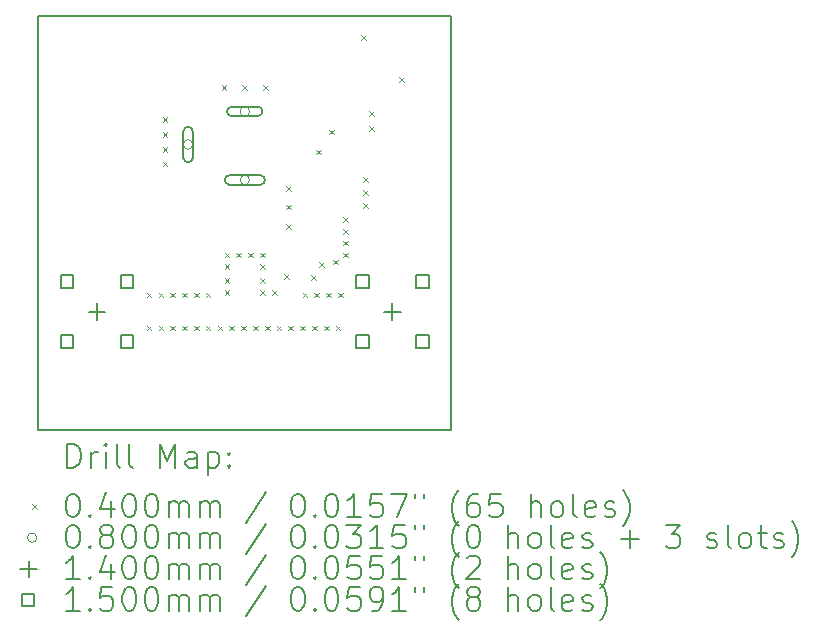
<source format=gbr>
%FSLAX45Y45*%
G04 Gerber Fmt 4.5, Leading zero omitted, Abs format (unit mm)*
G04 Created by KiCad (PCBNEW (6.0.6-0)) date 2023-01-17 17:26:09*
%MOMM*%
%LPD*%
G01*
G04 APERTURE LIST*
%TA.AperFunction,Profile*%
%ADD10C,0.200000*%
%TD*%
%ADD11C,0.200000*%
%ADD12C,0.040000*%
%ADD13C,0.080000*%
%ADD14C,0.140000*%
%ADD15C,0.150000*%
G04 APERTURE END LIST*
D10*
X13500000Y-8500000D02*
X10000000Y-8500000D01*
X10000000Y-12000000D02*
X13500000Y-12000000D01*
X10000000Y-8500000D02*
X10000000Y-12000000D01*
X13500000Y-12000000D02*
X13500000Y-8500000D01*
D11*
D12*
X10920000Y-10840000D02*
X10960000Y-10880000D01*
X10960000Y-10840000D02*
X10920000Y-10880000D01*
X10920000Y-11120000D02*
X10960000Y-11160000D01*
X10960000Y-11120000D02*
X10920000Y-11160000D01*
X11020000Y-10840000D02*
X11060000Y-10880000D01*
X11060000Y-10840000D02*
X11020000Y-10880000D01*
X11020000Y-11120000D02*
X11060000Y-11160000D01*
X11060000Y-11120000D02*
X11020000Y-11160000D01*
X11055000Y-9355000D02*
X11095000Y-9395000D01*
X11095000Y-9355000D02*
X11055000Y-9395000D01*
X11055000Y-9480000D02*
X11095000Y-9520000D01*
X11095000Y-9480000D02*
X11055000Y-9520000D01*
X11055000Y-9605000D02*
X11095000Y-9645000D01*
X11095000Y-9605000D02*
X11055000Y-9645000D01*
X11055000Y-9730000D02*
X11095000Y-9770000D01*
X11095000Y-9730000D02*
X11055000Y-9770000D01*
X11120000Y-10840000D02*
X11160000Y-10880000D01*
X11160000Y-10840000D02*
X11120000Y-10880000D01*
X11120000Y-11120000D02*
X11160000Y-11160000D01*
X11160000Y-11120000D02*
X11120000Y-11160000D01*
X11220000Y-10840000D02*
X11260000Y-10880000D01*
X11260000Y-10840000D02*
X11220000Y-10880000D01*
X11220000Y-11120000D02*
X11260000Y-11160000D01*
X11260000Y-11120000D02*
X11220000Y-11160000D01*
X11320000Y-10840000D02*
X11360000Y-10880000D01*
X11360000Y-10840000D02*
X11320000Y-10880000D01*
X11320000Y-11120000D02*
X11360000Y-11160000D01*
X11360000Y-11120000D02*
X11320000Y-11160000D01*
X11420000Y-10840000D02*
X11460000Y-10880000D01*
X11460000Y-10840000D02*
X11420000Y-10880000D01*
X11420000Y-11120000D02*
X11460000Y-11160000D01*
X11460000Y-11120000D02*
X11420000Y-11160000D01*
X11520000Y-11120000D02*
X11560000Y-11160000D01*
X11560000Y-11120000D02*
X11520000Y-11160000D01*
X11555000Y-9080000D02*
X11595000Y-9120000D01*
X11595000Y-9080000D02*
X11555000Y-9120000D01*
X11580000Y-10500000D02*
X11620000Y-10540000D01*
X11620000Y-10500000D02*
X11580000Y-10540000D01*
X11580000Y-10600000D02*
X11620000Y-10640000D01*
X11620000Y-10600000D02*
X11580000Y-10640000D01*
X11580000Y-10720000D02*
X11620000Y-10760000D01*
X11620000Y-10720000D02*
X11580000Y-10760000D01*
X11580000Y-10820000D02*
X11620000Y-10860000D01*
X11620000Y-10820000D02*
X11580000Y-10860000D01*
X11620000Y-11120000D02*
X11660000Y-11160000D01*
X11660000Y-11120000D02*
X11620000Y-11160000D01*
X11680000Y-10500000D02*
X11720000Y-10540000D01*
X11720000Y-10500000D02*
X11680000Y-10540000D01*
X11720000Y-11120000D02*
X11760000Y-11160000D01*
X11760000Y-11120000D02*
X11720000Y-11160000D01*
X11730000Y-9080000D02*
X11770000Y-9120000D01*
X11770000Y-9080000D02*
X11730000Y-9120000D01*
X11780000Y-10500000D02*
X11820000Y-10540000D01*
X11820000Y-10500000D02*
X11780000Y-10540000D01*
X11820000Y-11120000D02*
X11860000Y-11160000D01*
X11860000Y-11120000D02*
X11820000Y-11160000D01*
X11880000Y-10500000D02*
X11920000Y-10540000D01*
X11920000Y-10500000D02*
X11880000Y-10540000D01*
X11880000Y-10600000D02*
X11920000Y-10640000D01*
X11920000Y-10600000D02*
X11880000Y-10640000D01*
X11880000Y-10720000D02*
X11920000Y-10760000D01*
X11920000Y-10720000D02*
X11880000Y-10760000D01*
X11880000Y-10820000D02*
X11920000Y-10860000D01*
X11920000Y-10820000D02*
X11880000Y-10860000D01*
X11905000Y-9080000D02*
X11945000Y-9120000D01*
X11945000Y-9080000D02*
X11905000Y-9120000D01*
X11920000Y-11120000D02*
X11960000Y-11160000D01*
X11960000Y-11120000D02*
X11920000Y-11160000D01*
X11980000Y-10820000D02*
X12020000Y-10860000D01*
X12020000Y-10820000D02*
X11980000Y-10860000D01*
X12020000Y-11120000D02*
X12060000Y-11160000D01*
X12060000Y-11120000D02*
X12020000Y-11160000D01*
X12082500Y-10685000D02*
X12122500Y-10725000D01*
X12122500Y-10685000D02*
X12082500Y-10725000D01*
X12100000Y-9940000D02*
X12140000Y-9980000D01*
X12140000Y-9940000D02*
X12100000Y-9980000D01*
X12100000Y-10095000D02*
X12140000Y-10135000D01*
X12140000Y-10095000D02*
X12100000Y-10135000D01*
X12100000Y-10262500D02*
X12140000Y-10302500D01*
X12140000Y-10262500D02*
X12100000Y-10302500D01*
X12120000Y-11120000D02*
X12160000Y-11160000D01*
X12160000Y-11120000D02*
X12120000Y-11160000D01*
X12220000Y-11120000D02*
X12260000Y-11160000D01*
X12260000Y-11120000D02*
X12220000Y-11160000D01*
X12240000Y-10840000D02*
X12280000Y-10880000D01*
X12280000Y-10840000D02*
X12240000Y-10880000D01*
X12312500Y-10692500D02*
X12352500Y-10732500D01*
X12352500Y-10692500D02*
X12312500Y-10732500D01*
X12320000Y-11120000D02*
X12360000Y-11160000D01*
X12360000Y-11120000D02*
X12320000Y-11160000D01*
X12340000Y-10840000D02*
X12380000Y-10880000D01*
X12380000Y-10840000D02*
X12340000Y-10880000D01*
X12355000Y-9630000D02*
X12395000Y-9670000D01*
X12395000Y-9630000D02*
X12355000Y-9670000D01*
X12380000Y-10580000D02*
X12420000Y-10620000D01*
X12420000Y-10580000D02*
X12380000Y-10620000D01*
X12420000Y-11120000D02*
X12460000Y-11160000D01*
X12460000Y-11120000D02*
X12420000Y-11160000D01*
X12440000Y-10840000D02*
X12480000Y-10880000D01*
X12480000Y-10840000D02*
X12440000Y-10880000D01*
X12462500Y-9460000D02*
X12502500Y-9500000D01*
X12502500Y-9460000D02*
X12462500Y-9500000D01*
X12500000Y-10560000D02*
X12540000Y-10600000D01*
X12540000Y-10560000D02*
X12500000Y-10600000D01*
X12520000Y-11120000D02*
X12560000Y-11160000D01*
X12560000Y-11120000D02*
X12520000Y-11160000D01*
X12540000Y-10840000D02*
X12580000Y-10880000D01*
X12580000Y-10840000D02*
X12540000Y-10880000D01*
X12580000Y-10200000D02*
X12620000Y-10240000D01*
X12620000Y-10200000D02*
X12580000Y-10240000D01*
X12580000Y-10300000D02*
X12620000Y-10340000D01*
X12620000Y-10300000D02*
X12580000Y-10340000D01*
X12580000Y-10400000D02*
X12620000Y-10440000D01*
X12620000Y-10400000D02*
X12580000Y-10440000D01*
X12580000Y-10500000D02*
X12620000Y-10540000D01*
X12620000Y-10500000D02*
X12580000Y-10540000D01*
X12737500Y-8662500D02*
X12777500Y-8702500D01*
X12777500Y-8662500D02*
X12737500Y-8702500D01*
X12755000Y-9860000D02*
X12795000Y-9900000D01*
X12795000Y-9860000D02*
X12755000Y-9900000D01*
X12755000Y-9970000D02*
X12795000Y-10010000D01*
X12795000Y-9970000D02*
X12755000Y-10010000D01*
X12755000Y-10080000D02*
X12795000Y-10120000D01*
X12795000Y-10080000D02*
X12755000Y-10120000D01*
X12805000Y-9305000D02*
X12845000Y-9345000D01*
X12845000Y-9305000D02*
X12805000Y-9345000D01*
X12805000Y-9430000D02*
X12845000Y-9470000D01*
X12845000Y-9430000D02*
X12805000Y-9470000D01*
X13057500Y-9015000D02*
X13097500Y-9055000D01*
X13097500Y-9015000D02*
X13057500Y-9055000D01*
D13*
X11310000Y-9585680D02*
G75*
G03*
X11310000Y-9585680I-40000J0D01*
G01*
D11*
X11230000Y-9475680D02*
X11230000Y-9695680D01*
X11310000Y-9475680D02*
X11310000Y-9695680D01*
X11230000Y-9695680D02*
G75*
G03*
X11310000Y-9695680I40000J0D01*
G01*
X11310000Y-9475680D02*
G75*
G03*
X11230000Y-9475680I-40000J0D01*
G01*
D13*
X11790000Y-9305680D02*
G75*
G03*
X11790000Y-9305680I-40000J0D01*
G01*
D11*
X11860000Y-9265680D02*
X11640000Y-9265680D01*
X11860000Y-9345680D02*
X11640000Y-9345680D01*
X11640000Y-9265680D02*
G75*
G03*
X11640000Y-9345680I0J-40000D01*
G01*
X11860000Y-9345680D02*
G75*
G03*
X11860000Y-9265680I0J40000D01*
G01*
D13*
X11790000Y-9885680D02*
G75*
G03*
X11790000Y-9885680I-40000J0D01*
G01*
D11*
X11880000Y-9845680D02*
X11620000Y-9845680D01*
X11880000Y-9925680D02*
X11620000Y-9925680D01*
X11620000Y-9845680D02*
G75*
G03*
X11620000Y-9925680I0J-40000D01*
G01*
X11880000Y-9925680D02*
G75*
G03*
X11880000Y-9845680I0J40000D01*
G01*
D14*
X10500000Y-10930000D02*
X10500000Y-11070000D01*
X10430000Y-11000000D02*
X10570000Y-11000000D01*
X13000000Y-10930000D02*
X13000000Y-11070000D01*
X12930000Y-11000000D02*
X13070000Y-11000000D01*
D15*
X10298034Y-10798034D02*
X10298034Y-10691967D01*
X10191967Y-10691967D01*
X10191967Y-10798034D01*
X10298034Y-10798034D01*
X10298034Y-11308033D02*
X10298034Y-11201966D01*
X10191967Y-11201966D01*
X10191967Y-11308033D01*
X10298034Y-11308033D01*
X10808034Y-10798034D02*
X10808034Y-10691967D01*
X10701967Y-10691967D01*
X10701967Y-10798034D01*
X10808034Y-10798034D01*
X10808034Y-11308033D02*
X10808034Y-11201966D01*
X10701967Y-11201966D01*
X10701967Y-11308033D01*
X10808034Y-11308033D01*
X12798033Y-10798034D02*
X12798033Y-10691967D01*
X12691966Y-10691967D01*
X12691966Y-10798034D01*
X12798033Y-10798034D01*
X12798033Y-11308033D02*
X12798033Y-11201966D01*
X12691966Y-11201966D01*
X12691966Y-11308033D01*
X12798033Y-11308033D01*
X13308033Y-10798034D02*
X13308033Y-10691967D01*
X13201966Y-10691967D01*
X13201966Y-10798034D01*
X13308033Y-10798034D01*
X13308033Y-11308033D02*
X13308033Y-11201966D01*
X13201966Y-11201966D01*
X13201966Y-11308033D01*
X13308033Y-11308033D01*
D11*
X10247619Y-12320476D02*
X10247619Y-12120476D01*
X10295238Y-12120476D01*
X10323810Y-12130000D01*
X10342857Y-12149048D01*
X10352381Y-12168095D01*
X10361905Y-12206190D01*
X10361905Y-12234762D01*
X10352381Y-12272857D01*
X10342857Y-12291905D01*
X10323810Y-12310952D01*
X10295238Y-12320476D01*
X10247619Y-12320476D01*
X10447619Y-12320476D02*
X10447619Y-12187143D01*
X10447619Y-12225238D02*
X10457143Y-12206190D01*
X10466667Y-12196667D01*
X10485714Y-12187143D01*
X10504762Y-12187143D01*
X10571429Y-12320476D02*
X10571429Y-12187143D01*
X10571429Y-12120476D02*
X10561905Y-12130000D01*
X10571429Y-12139524D01*
X10580952Y-12130000D01*
X10571429Y-12120476D01*
X10571429Y-12139524D01*
X10695238Y-12320476D02*
X10676190Y-12310952D01*
X10666667Y-12291905D01*
X10666667Y-12120476D01*
X10800000Y-12320476D02*
X10780952Y-12310952D01*
X10771429Y-12291905D01*
X10771429Y-12120476D01*
X11028571Y-12320476D02*
X11028571Y-12120476D01*
X11095238Y-12263333D01*
X11161905Y-12120476D01*
X11161905Y-12320476D01*
X11342857Y-12320476D02*
X11342857Y-12215714D01*
X11333333Y-12196667D01*
X11314286Y-12187143D01*
X11276190Y-12187143D01*
X11257143Y-12196667D01*
X11342857Y-12310952D02*
X11323809Y-12320476D01*
X11276190Y-12320476D01*
X11257143Y-12310952D01*
X11247619Y-12291905D01*
X11247619Y-12272857D01*
X11257143Y-12253809D01*
X11276190Y-12244286D01*
X11323809Y-12244286D01*
X11342857Y-12234762D01*
X11438095Y-12187143D02*
X11438095Y-12387143D01*
X11438095Y-12196667D02*
X11457143Y-12187143D01*
X11495238Y-12187143D01*
X11514286Y-12196667D01*
X11523809Y-12206190D01*
X11533333Y-12225238D01*
X11533333Y-12282381D01*
X11523809Y-12301428D01*
X11514286Y-12310952D01*
X11495238Y-12320476D01*
X11457143Y-12320476D01*
X11438095Y-12310952D01*
X11619048Y-12301428D02*
X11628571Y-12310952D01*
X11619048Y-12320476D01*
X11609524Y-12310952D01*
X11619048Y-12301428D01*
X11619048Y-12320476D01*
X11619048Y-12196667D02*
X11628571Y-12206190D01*
X11619048Y-12215714D01*
X11609524Y-12206190D01*
X11619048Y-12196667D01*
X11619048Y-12215714D01*
D12*
X9950000Y-12630000D02*
X9990000Y-12670000D01*
X9990000Y-12630000D02*
X9950000Y-12670000D01*
D11*
X10285714Y-12540476D02*
X10304762Y-12540476D01*
X10323810Y-12550000D01*
X10333333Y-12559524D01*
X10342857Y-12578571D01*
X10352381Y-12616667D01*
X10352381Y-12664286D01*
X10342857Y-12702381D01*
X10333333Y-12721428D01*
X10323810Y-12730952D01*
X10304762Y-12740476D01*
X10285714Y-12740476D01*
X10266667Y-12730952D01*
X10257143Y-12721428D01*
X10247619Y-12702381D01*
X10238095Y-12664286D01*
X10238095Y-12616667D01*
X10247619Y-12578571D01*
X10257143Y-12559524D01*
X10266667Y-12550000D01*
X10285714Y-12540476D01*
X10438095Y-12721428D02*
X10447619Y-12730952D01*
X10438095Y-12740476D01*
X10428571Y-12730952D01*
X10438095Y-12721428D01*
X10438095Y-12740476D01*
X10619048Y-12607143D02*
X10619048Y-12740476D01*
X10571429Y-12530952D02*
X10523810Y-12673809D01*
X10647619Y-12673809D01*
X10761905Y-12540476D02*
X10780952Y-12540476D01*
X10800000Y-12550000D01*
X10809524Y-12559524D01*
X10819048Y-12578571D01*
X10828571Y-12616667D01*
X10828571Y-12664286D01*
X10819048Y-12702381D01*
X10809524Y-12721428D01*
X10800000Y-12730952D01*
X10780952Y-12740476D01*
X10761905Y-12740476D01*
X10742857Y-12730952D01*
X10733333Y-12721428D01*
X10723810Y-12702381D01*
X10714286Y-12664286D01*
X10714286Y-12616667D01*
X10723810Y-12578571D01*
X10733333Y-12559524D01*
X10742857Y-12550000D01*
X10761905Y-12540476D01*
X10952381Y-12540476D02*
X10971429Y-12540476D01*
X10990476Y-12550000D01*
X11000000Y-12559524D01*
X11009524Y-12578571D01*
X11019048Y-12616667D01*
X11019048Y-12664286D01*
X11009524Y-12702381D01*
X11000000Y-12721428D01*
X10990476Y-12730952D01*
X10971429Y-12740476D01*
X10952381Y-12740476D01*
X10933333Y-12730952D01*
X10923810Y-12721428D01*
X10914286Y-12702381D01*
X10904762Y-12664286D01*
X10904762Y-12616667D01*
X10914286Y-12578571D01*
X10923810Y-12559524D01*
X10933333Y-12550000D01*
X10952381Y-12540476D01*
X11104762Y-12740476D02*
X11104762Y-12607143D01*
X11104762Y-12626190D02*
X11114286Y-12616667D01*
X11133333Y-12607143D01*
X11161905Y-12607143D01*
X11180952Y-12616667D01*
X11190476Y-12635714D01*
X11190476Y-12740476D01*
X11190476Y-12635714D02*
X11200000Y-12616667D01*
X11219048Y-12607143D01*
X11247619Y-12607143D01*
X11266667Y-12616667D01*
X11276190Y-12635714D01*
X11276190Y-12740476D01*
X11371428Y-12740476D02*
X11371428Y-12607143D01*
X11371428Y-12626190D02*
X11380952Y-12616667D01*
X11400000Y-12607143D01*
X11428571Y-12607143D01*
X11447619Y-12616667D01*
X11457143Y-12635714D01*
X11457143Y-12740476D01*
X11457143Y-12635714D02*
X11466667Y-12616667D01*
X11485714Y-12607143D01*
X11514286Y-12607143D01*
X11533333Y-12616667D01*
X11542857Y-12635714D01*
X11542857Y-12740476D01*
X11933333Y-12530952D02*
X11761905Y-12788095D01*
X12190476Y-12540476D02*
X12209524Y-12540476D01*
X12228571Y-12550000D01*
X12238095Y-12559524D01*
X12247619Y-12578571D01*
X12257143Y-12616667D01*
X12257143Y-12664286D01*
X12247619Y-12702381D01*
X12238095Y-12721428D01*
X12228571Y-12730952D01*
X12209524Y-12740476D01*
X12190476Y-12740476D01*
X12171428Y-12730952D01*
X12161905Y-12721428D01*
X12152381Y-12702381D01*
X12142857Y-12664286D01*
X12142857Y-12616667D01*
X12152381Y-12578571D01*
X12161905Y-12559524D01*
X12171428Y-12550000D01*
X12190476Y-12540476D01*
X12342857Y-12721428D02*
X12352381Y-12730952D01*
X12342857Y-12740476D01*
X12333333Y-12730952D01*
X12342857Y-12721428D01*
X12342857Y-12740476D01*
X12476190Y-12540476D02*
X12495238Y-12540476D01*
X12514286Y-12550000D01*
X12523809Y-12559524D01*
X12533333Y-12578571D01*
X12542857Y-12616667D01*
X12542857Y-12664286D01*
X12533333Y-12702381D01*
X12523809Y-12721428D01*
X12514286Y-12730952D01*
X12495238Y-12740476D01*
X12476190Y-12740476D01*
X12457143Y-12730952D01*
X12447619Y-12721428D01*
X12438095Y-12702381D01*
X12428571Y-12664286D01*
X12428571Y-12616667D01*
X12438095Y-12578571D01*
X12447619Y-12559524D01*
X12457143Y-12550000D01*
X12476190Y-12540476D01*
X12733333Y-12740476D02*
X12619048Y-12740476D01*
X12676190Y-12740476D02*
X12676190Y-12540476D01*
X12657143Y-12569048D01*
X12638095Y-12588095D01*
X12619048Y-12597619D01*
X12914286Y-12540476D02*
X12819048Y-12540476D01*
X12809524Y-12635714D01*
X12819048Y-12626190D01*
X12838095Y-12616667D01*
X12885714Y-12616667D01*
X12904762Y-12626190D01*
X12914286Y-12635714D01*
X12923809Y-12654762D01*
X12923809Y-12702381D01*
X12914286Y-12721428D01*
X12904762Y-12730952D01*
X12885714Y-12740476D01*
X12838095Y-12740476D01*
X12819048Y-12730952D01*
X12809524Y-12721428D01*
X12990476Y-12540476D02*
X13123809Y-12540476D01*
X13038095Y-12740476D01*
X13190476Y-12540476D02*
X13190476Y-12578571D01*
X13266667Y-12540476D02*
X13266667Y-12578571D01*
X13561905Y-12816667D02*
X13552381Y-12807143D01*
X13533333Y-12778571D01*
X13523809Y-12759524D01*
X13514286Y-12730952D01*
X13504762Y-12683333D01*
X13504762Y-12645238D01*
X13514286Y-12597619D01*
X13523809Y-12569048D01*
X13533333Y-12550000D01*
X13552381Y-12521428D01*
X13561905Y-12511905D01*
X13723809Y-12540476D02*
X13685714Y-12540476D01*
X13666667Y-12550000D01*
X13657143Y-12559524D01*
X13638095Y-12588095D01*
X13628571Y-12626190D01*
X13628571Y-12702381D01*
X13638095Y-12721428D01*
X13647619Y-12730952D01*
X13666667Y-12740476D01*
X13704762Y-12740476D01*
X13723809Y-12730952D01*
X13733333Y-12721428D01*
X13742857Y-12702381D01*
X13742857Y-12654762D01*
X13733333Y-12635714D01*
X13723809Y-12626190D01*
X13704762Y-12616667D01*
X13666667Y-12616667D01*
X13647619Y-12626190D01*
X13638095Y-12635714D01*
X13628571Y-12654762D01*
X13923809Y-12540476D02*
X13828571Y-12540476D01*
X13819048Y-12635714D01*
X13828571Y-12626190D01*
X13847619Y-12616667D01*
X13895238Y-12616667D01*
X13914286Y-12626190D01*
X13923809Y-12635714D01*
X13933333Y-12654762D01*
X13933333Y-12702381D01*
X13923809Y-12721428D01*
X13914286Y-12730952D01*
X13895238Y-12740476D01*
X13847619Y-12740476D01*
X13828571Y-12730952D01*
X13819048Y-12721428D01*
X14171428Y-12740476D02*
X14171428Y-12540476D01*
X14257143Y-12740476D02*
X14257143Y-12635714D01*
X14247619Y-12616667D01*
X14228571Y-12607143D01*
X14200000Y-12607143D01*
X14180952Y-12616667D01*
X14171428Y-12626190D01*
X14380952Y-12740476D02*
X14361905Y-12730952D01*
X14352381Y-12721428D01*
X14342857Y-12702381D01*
X14342857Y-12645238D01*
X14352381Y-12626190D01*
X14361905Y-12616667D01*
X14380952Y-12607143D01*
X14409524Y-12607143D01*
X14428571Y-12616667D01*
X14438095Y-12626190D01*
X14447619Y-12645238D01*
X14447619Y-12702381D01*
X14438095Y-12721428D01*
X14428571Y-12730952D01*
X14409524Y-12740476D01*
X14380952Y-12740476D01*
X14561905Y-12740476D02*
X14542857Y-12730952D01*
X14533333Y-12711905D01*
X14533333Y-12540476D01*
X14714286Y-12730952D02*
X14695238Y-12740476D01*
X14657143Y-12740476D01*
X14638095Y-12730952D01*
X14628571Y-12711905D01*
X14628571Y-12635714D01*
X14638095Y-12616667D01*
X14657143Y-12607143D01*
X14695238Y-12607143D01*
X14714286Y-12616667D01*
X14723809Y-12635714D01*
X14723809Y-12654762D01*
X14628571Y-12673809D01*
X14800000Y-12730952D02*
X14819048Y-12740476D01*
X14857143Y-12740476D01*
X14876190Y-12730952D01*
X14885714Y-12711905D01*
X14885714Y-12702381D01*
X14876190Y-12683333D01*
X14857143Y-12673809D01*
X14828571Y-12673809D01*
X14809524Y-12664286D01*
X14800000Y-12645238D01*
X14800000Y-12635714D01*
X14809524Y-12616667D01*
X14828571Y-12607143D01*
X14857143Y-12607143D01*
X14876190Y-12616667D01*
X14952381Y-12816667D02*
X14961905Y-12807143D01*
X14980952Y-12778571D01*
X14990476Y-12759524D01*
X15000000Y-12730952D01*
X15009524Y-12683333D01*
X15009524Y-12645238D01*
X15000000Y-12597619D01*
X14990476Y-12569048D01*
X14980952Y-12550000D01*
X14961905Y-12521428D01*
X14952381Y-12511905D01*
D13*
X9990000Y-12914000D02*
G75*
G03*
X9990000Y-12914000I-40000J0D01*
G01*
D11*
X10285714Y-12804476D02*
X10304762Y-12804476D01*
X10323810Y-12814000D01*
X10333333Y-12823524D01*
X10342857Y-12842571D01*
X10352381Y-12880667D01*
X10352381Y-12928286D01*
X10342857Y-12966381D01*
X10333333Y-12985428D01*
X10323810Y-12994952D01*
X10304762Y-13004476D01*
X10285714Y-13004476D01*
X10266667Y-12994952D01*
X10257143Y-12985428D01*
X10247619Y-12966381D01*
X10238095Y-12928286D01*
X10238095Y-12880667D01*
X10247619Y-12842571D01*
X10257143Y-12823524D01*
X10266667Y-12814000D01*
X10285714Y-12804476D01*
X10438095Y-12985428D02*
X10447619Y-12994952D01*
X10438095Y-13004476D01*
X10428571Y-12994952D01*
X10438095Y-12985428D01*
X10438095Y-13004476D01*
X10561905Y-12890190D02*
X10542857Y-12880667D01*
X10533333Y-12871143D01*
X10523810Y-12852095D01*
X10523810Y-12842571D01*
X10533333Y-12823524D01*
X10542857Y-12814000D01*
X10561905Y-12804476D01*
X10600000Y-12804476D01*
X10619048Y-12814000D01*
X10628571Y-12823524D01*
X10638095Y-12842571D01*
X10638095Y-12852095D01*
X10628571Y-12871143D01*
X10619048Y-12880667D01*
X10600000Y-12890190D01*
X10561905Y-12890190D01*
X10542857Y-12899714D01*
X10533333Y-12909238D01*
X10523810Y-12928286D01*
X10523810Y-12966381D01*
X10533333Y-12985428D01*
X10542857Y-12994952D01*
X10561905Y-13004476D01*
X10600000Y-13004476D01*
X10619048Y-12994952D01*
X10628571Y-12985428D01*
X10638095Y-12966381D01*
X10638095Y-12928286D01*
X10628571Y-12909238D01*
X10619048Y-12899714D01*
X10600000Y-12890190D01*
X10761905Y-12804476D02*
X10780952Y-12804476D01*
X10800000Y-12814000D01*
X10809524Y-12823524D01*
X10819048Y-12842571D01*
X10828571Y-12880667D01*
X10828571Y-12928286D01*
X10819048Y-12966381D01*
X10809524Y-12985428D01*
X10800000Y-12994952D01*
X10780952Y-13004476D01*
X10761905Y-13004476D01*
X10742857Y-12994952D01*
X10733333Y-12985428D01*
X10723810Y-12966381D01*
X10714286Y-12928286D01*
X10714286Y-12880667D01*
X10723810Y-12842571D01*
X10733333Y-12823524D01*
X10742857Y-12814000D01*
X10761905Y-12804476D01*
X10952381Y-12804476D02*
X10971429Y-12804476D01*
X10990476Y-12814000D01*
X11000000Y-12823524D01*
X11009524Y-12842571D01*
X11019048Y-12880667D01*
X11019048Y-12928286D01*
X11009524Y-12966381D01*
X11000000Y-12985428D01*
X10990476Y-12994952D01*
X10971429Y-13004476D01*
X10952381Y-13004476D01*
X10933333Y-12994952D01*
X10923810Y-12985428D01*
X10914286Y-12966381D01*
X10904762Y-12928286D01*
X10904762Y-12880667D01*
X10914286Y-12842571D01*
X10923810Y-12823524D01*
X10933333Y-12814000D01*
X10952381Y-12804476D01*
X11104762Y-13004476D02*
X11104762Y-12871143D01*
X11104762Y-12890190D02*
X11114286Y-12880667D01*
X11133333Y-12871143D01*
X11161905Y-12871143D01*
X11180952Y-12880667D01*
X11190476Y-12899714D01*
X11190476Y-13004476D01*
X11190476Y-12899714D02*
X11200000Y-12880667D01*
X11219048Y-12871143D01*
X11247619Y-12871143D01*
X11266667Y-12880667D01*
X11276190Y-12899714D01*
X11276190Y-13004476D01*
X11371428Y-13004476D02*
X11371428Y-12871143D01*
X11371428Y-12890190D02*
X11380952Y-12880667D01*
X11400000Y-12871143D01*
X11428571Y-12871143D01*
X11447619Y-12880667D01*
X11457143Y-12899714D01*
X11457143Y-13004476D01*
X11457143Y-12899714D02*
X11466667Y-12880667D01*
X11485714Y-12871143D01*
X11514286Y-12871143D01*
X11533333Y-12880667D01*
X11542857Y-12899714D01*
X11542857Y-13004476D01*
X11933333Y-12794952D02*
X11761905Y-13052095D01*
X12190476Y-12804476D02*
X12209524Y-12804476D01*
X12228571Y-12814000D01*
X12238095Y-12823524D01*
X12247619Y-12842571D01*
X12257143Y-12880667D01*
X12257143Y-12928286D01*
X12247619Y-12966381D01*
X12238095Y-12985428D01*
X12228571Y-12994952D01*
X12209524Y-13004476D01*
X12190476Y-13004476D01*
X12171428Y-12994952D01*
X12161905Y-12985428D01*
X12152381Y-12966381D01*
X12142857Y-12928286D01*
X12142857Y-12880667D01*
X12152381Y-12842571D01*
X12161905Y-12823524D01*
X12171428Y-12814000D01*
X12190476Y-12804476D01*
X12342857Y-12985428D02*
X12352381Y-12994952D01*
X12342857Y-13004476D01*
X12333333Y-12994952D01*
X12342857Y-12985428D01*
X12342857Y-13004476D01*
X12476190Y-12804476D02*
X12495238Y-12804476D01*
X12514286Y-12814000D01*
X12523809Y-12823524D01*
X12533333Y-12842571D01*
X12542857Y-12880667D01*
X12542857Y-12928286D01*
X12533333Y-12966381D01*
X12523809Y-12985428D01*
X12514286Y-12994952D01*
X12495238Y-13004476D01*
X12476190Y-13004476D01*
X12457143Y-12994952D01*
X12447619Y-12985428D01*
X12438095Y-12966381D01*
X12428571Y-12928286D01*
X12428571Y-12880667D01*
X12438095Y-12842571D01*
X12447619Y-12823524D01*
X12457143Y-12814000D01*
X12476190Y-12804476D01*
X12609524Y-12804476D02*
X12733333Y-12804476D01*
X12666667Y-12880667D01*
X12695238Y-12880667D01*
X12714286Y-12890190D01*
X12723809Y-12899714D01*
X12733333Y-12918762D01*
X12733333Y-12966381D01*
X12723809Y-12985428D01*
X12714286Y-12994952D01*
X12695238Y-13004476D01*
X12638095Y-13004476D01*
X12619048Y-12994952D01*
X12609524Y-12985428D01*
X12923809Y-13004476D02*
X12809524Y-13004476D01*
X12866667Y-13004476D02*
X12866667Y-12804476D01*
X12847619Y-12833048D01*
X12828571Y-12852095D01*
X12809524Y-12861619D01*
X13104762Y-12804476D02*
X13009524Y-12804476D01*
X13000000Y-12899714D01*
X13009524Y-12890190D01*
X13028571Y-12880667D01*
X13076190Y-12880667D01*
X13095238Y-12890190D01*
X13104762Y-12899714D01*
X13114286Y-12918762D01*
X13114286Y-12966381D01*
X13104762Y-12985428D01*
X13095238Y-12994952D01*
X13076190Y-13004476D01*
X13028571Y-13004476D01*
X13009524Y-12994952D01*
X13000000Y-12985428D01*
X13190476Y-12804476D02*
X13190476Y-12842571D01*
X13266667Y-12804476D02*
X13266667Y-12842571D01*
X13561905Y-13080667D02*
X13552381Y-13071143D01*
X13533333Y-13042571D01*
X13523809Y-13023524D01*
X13514286Y-12994952D01*
X13504762Y-12947333D01*
X13504762Y-12909238D01*
X13514286Y-12861619D01*
X13523809Y-12833048D01*
X13533333Y-12814000D01*
X13552381Y-12785428D01*
X13561905Y-12775905D01*
X13676190Y-12804476D02*
X13695238Y-12804476D01*
X13714286Y-12814000D01*
X13723809Y-12823524D01*
X13733333Y-12842571D01*
X13742857Y-12880667D01*
X13742857Y-12928286D01*
X13733333Y-12966381D01*
X13723809Y-12985428D01*
X13714286Y-12994952D01*
X13695238Y-13004476D01*
X13676190Y-13004476D01*
X13657143Y-12994952D01*
X13647619Y-12985428D01*
X13638095Y-12966381D01*
X13628571Y-12928286D01*
X13628571Y-12880667D01*
X13638095Y-12842571D01*
X13647619Y-12823524D01*
X13657143Y-12814000D01*
X13676190Y-12804476D01*
X13980952Y-13004476D02*
X13980952Y-12804476D01*
X14066667Y-13004476D02*
X14066667Y-12899714D01*
X14057143Y-12880667D01*
X14038095Y-12871143D01*
X14009524Y-12871143D01*
X13990476Y-12880667D01*
X13980952Y-12890190D01*
X14190476Y-13004476D02*
X14171428Y-12994952D01*
X14161905Y-12985428D01*
X14152381Y-12966381D01*
X14152381Y-12909238D01*
X14161905Y-12890190D01*
X14171428Y-12880667D01*
X14190476Y-12871143D01*
X14219048Y-12871143D01*
X14238095Y-12880667D01*
X14247619Y-12890190D01*
X14257143Y-12909238D01*
X14257143Y-12966381D01*
X14247619Y-12985428D01*
X14238095Y-12994952D01*
X14219048Y-13004476D01*
X14190476Y-13004476D01*
X14371428Y-13004476D02*
X14352381Y-12994952D01*
X14342857Y-12975905D01*
X14342857Y-12804476D01*
X14523809Y-12994952D02*
X14504762Y-13004476D01*
X14466667Y-13004476D01*
X14447619Y-12994952D01*
X14438095Y-12975905D01*
X14438095Y-12899714D01*
X14447619Y-12880667D01*
X14466667Y-12871143D01*
X14504762Y-12871143D01*
X14523809Y-12880667D01*
X14533333Y-12899714D01*
X14533333Y-12918762D01*
X14438095Y-12937809D01*
X14609524Y-12994952D02*
X14628571Y-13004476D01*
X14666667Y-13004476D01*
X14685714Y-12994952D01*
X14695238Y-12975905D01*
X14695238Y-12966381D01*
X14685714Y-12947333D01*
X14666667Y-12937809D01*
X14638095Y-12937809D01*
X14619048Y-12928286D01*
X14609524Y-12909238D01*
X14609524Y-12899714D01*
X14619048Y-12880667D01*
X14638095Y-12871143D01*
X14666667Y-12871143D01*
X14685714Y-12880667D01*
X14933333Y-12928286D02*
X15085714Y-12928286D01*
X15009524Y-13004476D02*
X15009524Y-12852095D01*
X15314286Y-12804476D02*
X15438095Y-12804476D01*
X15371428Y-12880667D01*
X15400000Y-12880667D01*
X15419048Y-12890190D01*
X15428571Y-12899714D01*
X15438095Y-12918762D01*
X15438095Y-12966381D01*
X15428571Y-12985428D01*
X15419048Y-12994952D01*
X15400000Y-13004476D01*
X15342857Y-13004476D01*
X15323809Y-12994952D01*
X15314286Y-12985428D01*
X15666667Y-12994952D02*
X15685714Y-13004476D01*
X15723809Y-13004476D01*
X15742857Y-12994952D01*
X15752381Y-12975905D01*
X15752381Y-12966381D01*
X15742857Y-12947333D01*
X15723809Y-12937809D01*
X15695238Y-12937809D01*
X15676190Y-12928286D01*
X15666667Y-12909238D01*
X15666667Y-12899714D01*
X15676190Y-12880667D01*
X15695238Y-12871143D01*
X15723809Y-12871143D01*
X15742857Y-12880667D01*
X15866667Y-13004476D02*
X15847619Y-12994952D01*
X15838095Y-12975905D01*
X15838095Y-12804476D01*
X15971428Y-13004476D02*
X15952381Y-12994952D01*
X15942857Y-12985428D01*
X15933333Y-12966381D01*
X15933333Y-12909238D01*
X15942857Y-12890190D01*
X15952381Y-12880667D01*
X15971428Y-12871143D01*
X16000000Y-12871143D01*
X16019048Y-12880667D01*
X16028571Y-12890190D01*
X16038095Y-12909238D01*
X16038095Y-12966381D01*
X16028571Y-12985428D01*
X16019048Y-12994952D01*
X16000000Y-13004476D01*
X15971428Y-13004476D01*
X16095238Y-12871143D02*
X16171428Y-12871143D01*
X16123809Y-12804476D02*
X16123809Y-12975905D01*
X16133333Y-12994952D01*
X16152381Y-13004476D01*
X16171428Y-13004476D01*
X16228571Y-12994952D02*
X16247619Y-13004476D01*
X16285714Y-13004476D01*
X16304762Y-12994952D01*
X16314286Y-12975905D01*
X16314286Y-12966381D01*
X16304762Y-12947333D01*
X16285714Y-12937809D01*
X16257143Y-12937809D01*
X16238095Y-12928286D01*
X16228571Y-12909238D01*
X16228571Y-12899714D01*
X16238095Y-12880667D01*
X16257143Y-12871143D01*
X16285714Y-12871143D01*
X16304762Y-12880667D01*
X16380952Y-13080667D02*
X16390476Y-13071143D01*
X16409524Y-13042571D01*
X16419048Y-13023524D01*
X16428571Y-12994952D01*
X16438095Y-12947333D01*
X16438095Y-12909238D01*
X16428571Y-12861619D01*
X16419048Y-12833048D01*
X16409524Y-12814000D01*
X16390476Y-12785428D01*
X16380952Y-12775905D01*
D14*
X9920000Y-13108000D02*
X9920000Y-13248000D01*
X9850000Y-13178000D02*
X9990000Y-13178000D01*
D11*
X10352381Y-13268476D02*
X10238095Y-13268476D01*
X10295238Y-13268476D02*
X10295238Y-13068476D01*
X10276190Y-13097048D01*
X10257143Y-13116095D01*
X10238095Y-13125619D01*
X10438095Y-13249428D02*
X10447619Y-13258952D01*
X10438095Y-13268476D01*
X10428571Y-13258952D01*
X10438095Y-13249428D01*
X10438095Y-13268476D01*
X10619048Y-13135143D02*
X10619048Y-13268476D01*
X10571429Y-13058952D02*
X10523810Y-13201809D01*
X10647619Y-13201809D01*
X10761905Y-13068476D02*
X10780952Y-13068476D01*
X10800000Y-13078000D01*
X10809524Y-13087524D01*
X10819048Y-13106571D01*
X10828571Y-13144667D01*
X10828571Y-13192286D01*
X10819048Y-13230381D01*
X10809524Y-13249428D01*
X10800000Y-13258952D01*
X10780952Y-13268476D01*
X10761905Y-13268476D01*
X10742857Y-13258952D01*
X10733333Y-13249428D01*
X10723810Y-13230381D01*
X10714286Y-13192286D01*
X10714286Y-13144667D01*
X10723810Y-13106571D01*
X10733333Y-13087524D01*
X10742857Y-13078000D01*
X10761905Y-13068476D01*
X10952381Y-13068476D02*
X10971429Y-13068476D01*
X10990476Y-13078000D01*
X11000000Y-13087524D01*
X11009524Y-13106571D01*
X11019048Y-13144667D01*
X11019048Y-13192286D01*
X11009524Y-13230381D01*
X11000000Y-13249428D01*
X10990476Y-13258952D01*
X10971429Y-13268476D01*
X10952381Y-13268476D01*
X10933333Y-13258952D01*
X10923810Y-13249428D01*
X10914286Y-13230381D01*
X10904762Y-13192286D01*
X10904762Y-13144667D01*
X10914286Y-13106571D01*
X10923810Y-13087524D01*
X10933333Y-13078000D01*
X10952381Y-13068476D01*
X11104762Y-13268476D02*
X11104762Y-13135143D01*
X11104762Y-13154190D02*
X11114286Y-13144667D01*
X11133333Y-13135143D01*
X11161905Y-13135143D01*
X11180952Y-13144667D01*
X11190476Y-13163714D01*
X11190476Y-13268476D01*
X11190476Y-13163714D02*
X11200000Y-13144667D01*
X11219048Y-13135143D01*
X11247619Y-13135143D01*
X11266667Y-13144667D01*
X11276190Y-13163714D01*
X11276190Y-13268476D01*
X11371428Y-13268476D02*
X11371428Y-13135143D01*
X11371428Y-13154190D02*
X11380952Y-13144667D01*
X11400000Y-13135143D01*
X11428571Y-13135143D01*
X11447619Y-13144667D01*
X11457143Y-13163714D01*
X11457143Y-13268476D01*
X11457143Y-13163714D02*
X11466667Y-13144667D01*
X11485714Y-13135143D01*
X11514286Y-13135143D01*
X11533333Y-13144667D01*
X11542857Y-13163714D01*
X11542857Y-13268476D01*
X11933333Y-13058952D02*
X11761905Y-13316095D01*
X12190476Y-13068476D02*
X12209524Y-13068476D01*
X12228571Y-13078000D01*
X12238095Y-13087524D01*
X12247619Y-13106571D01*
X12257143Y-13144667D01*
X12257143Y-13192286D01*
X12247619Y-13230381D01*
X12238095Y-13249428D01*
X12228571Y-13258952D01*
X12209524Y-13268476D01*
X12190476Y-13268476D01*
X12171428Y-13258952D01*
X12161905Y-13249428D01*
X12152381Y-13230381D01*
X12142857Y-13192286D01*
X12142857Y-13144667D01*
X12152381Y-13106571D01*
X12161905Y-13087524D01*
X12171428Y-13078000D01*
X12190476Y-13068476D01*
X12342857Y-13249428D02*
X12352381Y-13258952D01*
X12342857Y-13268476D01*
X12333333Y-13258952D01*
X12342857Y-13249428D01*
X12342857Y-13268476D01*
X12476190Y-13068476D02*
X12495238Y-13068476D01*
X12514286Y-13078000D01*
X12523809Y-13087524D01*
X12533333Y-13106571D01*
X12542857Y-13144667D01*
X12542857Y-13192286D01*
X12533333Y-13230381D01*
X12523809Y-13249428D01*
X12514286Y-13258952D01*
X12495238Y-13268476D01*
X12476190Y-13268476D01*
X12457143Y-13258952D01*
X12447619Y-13249428D01*
X12438095Y-13230381D01*
X12428571Y-13192286D01*
X12428571Y-13144667D01*
X12438095Y-13106571D01*
X12447619Y-13087524D01*
X12457143Y-13078000D01*
X12476190Y-13068476D01*
X12723809Y-13068476D02*
X12628571Y-13068476D01*
X12619048Y-13163714D01*
X12628571Y-13154190D01*
X12647619Y-13144667D01*
X12695238Y-13144667D01*
X12714286Y-13154190D01*
X12723809Y-13163714D01*
X12733333Y-13182762D01*
X12733333Y-13230381D01*
X12723809Y-13249428D01*
X12714286Y-13258952D01*
X12695238Y-13268476D01*
X12647619Y-13268476D01*
X12628571Y-13258952D01*
X12619048Y-13249428D01*
X12914286Y-13068476D02*
X12819048Y-13068476D01*
X12809524Y-13163714D01*
X12819048Y-13154190D01*
X12838095Y-13144667D01*
X12885714Y-13144667D01*
X12904762Y-13154190D01*
X12914286Y-13163714D01*
X12923809Y-13182762D01*
X12923809Y-13230381D01*
X12914286Y-13249428D01*
X12904762Y-13258952D01*
X12885714Y-13268476D01*
X12838095Y-13268476D01*
X12819048Y-13258952D01*
X12809524Y-13249428D01*
X13114286Y-13268476D02*
X13000000Y-13268476D01*
X13057143Y-13268476D02*
X13057143Y-13068476D01*
X13038095Y-13097048D01*
X13019048Y-13116095D01*
X13000000Y-13125619D01*
X13190476Y-13068476D02*
X13190476Y-13106571D01*
X13266667Y-13068476D02*
X13266667Y-13106571D01*
X13561905Y-13344667D02*
X13552381Y-13335143D01*
X13533333Y-13306571D01*
X13523809Y-13287524D01*
X13514286Y-13258952D01*
X13504762Y-13211333D01*
X13504762Y-13173238D01*
X13514286Y-13125619D01*
X13523809Y-13097048D01*
X13533333Y-13078000D01*
X13552381Y-13049428D01*
X13561905Y-13039905D01*
X13628571Y-13087524D02*
X13638095Y-13078000D01*
X13657143Y-13068476D01*
X13704762Y-13068476D01*
X13723809Y-13078000D01*
X13733333Y-13087524D01*
X13742857Y-13106571D01*
X13742857Y-13125619D01*
X13733333Y-13154190D01*
X13619048Y-13268476D01*
X13742857Y-13268476D01*
X13980952Y-13268476D02*
X13980952Y-13068476D01*
X14066667Y-13268476D02*
X14066667Y-13163714D01*
X14057143Y-13144667D01*
X14038095Y-13135143D01*
X14009524Y-13135143D01*
X13990476Y-13144667D01*
X13980952Y-13154190D01*
X14190476Y-13268476D02*
X14171428Y-13258952D01*
X14161905Y-13249428D01*
X14152381Y-13230381D01*
X14152381Y-13173238D01*
X14161905Y-13154190D01*
X14171428Y-13144667D01*
X14190476Y-13135143D01*
X14219048Y-13135143D01*
X14238095Y-13144667D01*
X14247619Y-13154190D01*
X14257143Y-13173238D01*
X14257143Y-13230381D01*
X14247619Y-13249428D01*
X14238095Y-13258952D01*
X14219048Y-13268476D01*
X14190476Y-13268476D01*
X14371428Y-13268476D02*
X14352381Y-13258952D01*
X14342857Y-13239905D01*
X14342857Y-13068476D01*
X14523809Y-13258952D02*
X14504762Y-13268476D01*
X14466667Y-13268476D01*
X14447619Y-13258952D01*
X14438095Y-13239905D01*
X14438095Y-13163714D01*
X14447619Y-13144667D01*
X14466667Y-13135143D01*
X14504762Y-13135143D01*
X14523809Y-13144667D01*
X14533333Y-13163714D01*
X14533333Y-13182762D01*
X14438095Y-13201809D01*
X14609524Y-13258952D02*
X14628571Y-13268476D01*
X14666667Y-13268476D01*
X14685714Y-13258952D01*
X14695238Y-13239905D01*
X14695238Y-13230381D01*
X14685714Y-13211333D01*
X14666667Y-13201809D01*
X14638095Y-13201809D01*
X14619048Y-13192286D01*
X14609524Y-13173238D01*
X14609524Y-13163714D01*
X14619048Y-13144667D01*
X14638095Y-13135143D01*
X14666667Y-13135143D01*
X14685714Y-13144667D01*
X14761905Y-13344667D02*
X14771428Y-13335143D01*
X14790476Y-13306571D01*
X14800000Y-13287524D01*
X14809524Y-13258952D01*
X14819048Y-13211333D01*
X14819048Y-13173238D01*
X14809524Y-13125619D01*
X14800000Y-13097048D01*
X14790476Y-13078000D01*
X14771428Y-13049428D01*
X14761905Y-13039905D01*
D15*
X9968034Y-13495033D02*
X9968034Y-13388966D01*
X9861967Y-13388966D01*
X9861967Y-13495033D01*
X9968034Y-13495033D01*
D11*
X10352381Y-13532476D02*
X10238095Y-13532476D01*
X10295238Y-13532476D02*
X10295238Y-13332476D01*
X10276190Y-13361048D01*
X10257143Y-13380095D01*
X10238095Y-13389619D01*
X10438095Y-13513428D02*
X10447619Y-13522952D01*
X10438095Y-13532476D01*
X10428571Y-13522952D01*
X10438095Y-13513428D01*
X10438095Y-13532476D01*
X10628571Y-13332476D02*
X10533333Y-13332476D01*
X10523810Y-13427714D01*
X10533333Y-13418190D01*
X10552381Y-13408667D01*
X10600000Y-13408667D01*
X10619048Y-13418190D01*
X10628571Y-13427714D01*
X10638095Y-13446762D01*
X10638095Y-13494381D01*
X10628571Y-13513428D01*
X10619048Y-13522952D01*
X10600000Y-13532476D01*
X10552381Y-13532476D01*
X10533333Y-13522952D01*
X10523810Y-13513428D01*
X10761905Y-13332476D02*
X10780952Y-13332476D01*
X10800000Y-13342000D01*
X10809524Y-13351524D01*
X10819048Y-13370571D01*
X10828571Y-13408667D01*
X10828571Y-13456286D01*
X10819048Y-13494381D01*
X10809524Y-13513428D01*
X10800000Y-13522952D01*
X10780952Y-13532476D01*
X10761905Y-13532476D01*
X10742857Y-13522952D01*
X10733333Y-13513428D01*
X10723810Y-13494381D01*
X10714286Y-13456286D01*
X10714286Y-13408667D01*
X10723810Y-13370571D01*
X10733333Y-13351524D01*
X10742857Y-13342000D01*
X10761905Y-13332476D01*
X10952381Y-13332476D02*
X10971429Y-13332476D01*
X10990476Y-13342000D01*
X11000000Y-13351524D01*
X11009524Y-13370571D01*
X11019048Y-13408667D01*
X11019048Y-13456286D01*
X11009524Y-13494381D01*
X11000000Y-13513428D01*
X10990476Y-13522952D01*
X10971429Y-13532476D01*
X10952381Y-13532476D01*
X10933333Y-13522952D01*
X10923810Y-13513428D01*
X10914286Y-13494381D01*
X10904762Y-13456286D01*
X10904762Y-13408667D01*
X10914286Y-13370571D01*
X10923810Y-13351524D01*
X10933333Y-13342000D01*
X10952381Y-13332476D01*
X11104762Y-13532476D02*
X11104762Y-13399143D01*
X11104762Y-13418190D02*
X11114286Y-13408667D01*
X11133333Y-13399143D01*
X11161905Y-13399143D01*
X11180952Y-13408667D01*
X11190476Y-13427714D01*
X11190476Y-13532476D01*
X11190476Y-13427714D02*
X11200000Y-13408667D01*
X11219048Y-13399143D01*
X11247619Y-13399143D01*
X11266667Y-13408667D01*
X11276190Y-13427714D01*
X11276190Y-13532476D01*
X11371428Y-13532476D02*
X11371428Y-13399143D01*
X11371428Y-13418190D02*
X11380952Y-13408667D01*
X11400000Y-13399143D01*
X11428571Y-13399143D01*
X11447619Y-13408667D01*
X11457143Y-13427714D01*
X11457143Y-13532476D01*
X11457143Y-13427714D02*
X11466667Y-13408667D01*
X11485714Y-13399143D01*
X11514286Y-13399143D01*
X11533333Y-13408667D01*
X11542857Y-13427714D01*
X11542857Y-13532476D01*
X11933333Y-13322952D02*
X11761905Y-13580095D01*
X12190476Y-13332476D02*
X12209524Y-13332476D01*
X12228571Y-13342000D01*
X12238095Y-13351524D01*
X12247619Y-13370571D01*
X12257143Y-13408667D01*
X12257143Y-13456286D01*
X12247619Y-13494381D01*
X12238095Y-13513428D01*
X12228571Y-13522952D01*
X12209524Y-13532476D01*
X12190476Y-13532476D01*
X12171428Y-13522952D01*
X12161905Y-13513428D01*
X12152381Y-13494381D01*
X12142857Y-13456286D01*
X12142857Y-13408667D01*
X12152381Y-13370571D01*
X12161905Y-13351524D01*
X12171428Y-13342000D01*
X12190476Y-13332476D01*
X12342857Y-13513428D02*
X12352381Y-13522952D01*
X12342857Y-13532476D01*
X12333333Y-13522952D01*
X12342857Y-13513428D01*
X12342857Y-13532476D01*
X12476190Y-13332476D02*
X12495238Y-13332476D01*
X12514286Y-13342000D01*
X12523809Y-13351524D01*
X12533333Y-13370571D01*
X12542857Y-13408667D01*
X12542857Y-13456286D01*
X12533333Y-13494381D01*
X12523809Y-13513428D01*
X12514286Y-13522952D01*
X12495238Y-13532476D01*
X12476190Y-13532476D01*
X12457143Y-13522952D01*
X12447619Y-13513428D01*
X12438095Y-13494381D01*
X12428571Y-13456286D01*
X12428571Y-13408667D01*
X12438095Y-13370571D01*
X12447619Y-13351524D01*
X12457143Y-13342000D01*
X12476190Y-13332476D01*
X12723809Y-13332476D02*
X12628571Y-13332476D01*
X12619048Y-13427714D01*
X12628571Y-13418190D01*
X12647619Y-13408667D01*
X12695238Y-13408667D01*
X12714286Y-13418190D01*
X12723809Y-13427714D01*
X12733333Y-13446762D01*
X12733333Y-13494381D01*
X12723809Y-13513428D01*
X12714286Y-13522952D01*
X12695238Y-13532476D01*
X12647619Y-13532476D01*
X12628571Y-13522952D01*
X12619048Y-13513428D01*
X12828571Y-13532476D02*
X12866667Y-13532476D01*
X12885714Y-13522952D01*
X12895238Y-13513428D01*
X12914286Y-13484857D01*
X12923809Y-13446762D01*
X12923809Y-13370571D01*
X12914286Y-13351524D01*
X12904762Y-13342000D01*
X12885714Y-13332476D01*
X12847619Y-13332476D01*
X12828571Y-13342000D01*
X12819048Y-13351524D01*
X12809524Y-13370571D01*
X12809524Y-13418190D01*
X12819048Y-13437238D01*
X12828571Y-13446762D01*
X12847619Y-13456286D01*
X12885714Y-13456286D01*
X12904762Y-13446762D01*
X12914286Y-13437238D01*
X12923809Y-13418190D01*
X13114286Y-13532476D02*
X13000000Y-13532476D01*
X13057143Y-13532476D02*
X13057143Y-13332476D01*
X13038095Y-13361048D01*
X13019048Y-13380095D01*
X13000000Y-13389619D01*
X13190476Y-13332476D02*
X13190476Y-13370571D01*
X13266667Y-13332476D02*
X13266667Y-13370571D01*
X13561905Y-13608667D02*
X13552381Y-13599143D01*
X13533333Y-13570571D01*
X13523809Y-13551524D01*
X13514286Y-13522952D01*
X13504762Y-13475333D01*
X13504762Y-13437238D01*
X13514286Y-13389619D01*
X13523809Y-13361048D01*
X13533333Y-13342000D01*
X13552381Y-13313428D01*
X13561905Y-13303905D01*
X13666667Y-13418190D02*
X13647619Y-13408667D01*
X13638095Y-13399143D01*
X13628571Y-13380095D01*
X13628571Y-13370571D01*
X13638095Y-13351524D01*
X13647619Y-13342000D01*
X13666667Y-13332476D01*
X13704762Y-13332476D01*
X13723809Y-13342000D01*
X13733333Y-13351524D01*
X13742857Y-13370571D01*
X13742857Y-13380095D01*
X13733333Y-13399143D01*
X13723809Y-13408667D01*
X13704762Y-13418190D01*
X13666667Y-13418190D01*
X13647619Y-13427714D01*
X13638095Y-13437238D01*
X13628571Y-13456286D01*
X13628571Y-13494381D01*
X13638095Y-13513428D01*
X13647619Y-13522952D01*
X13666667Y-13532476D01*
X13704762Y-13532476D01*
X13723809Y-13522952D01*
X13733333Y-13513428D01*
X13742857Y-13494381D01*
X13742857Y-13456286D01*
X13733333Y-13437238D01*
X13723809Y-13427714D01*
X13704762Y-13418190D01*
X13980952Y-13532476D02*
X13980952Y-13332476D01*
X14066667Y-13532476D02*
X14066667Y-13427714D01*
X14057143Y-13408667D01*
X14038095Y-13399143D01*
X14009524Y-13399143D01*
X13990476Y-13408667D01*
X13980952Y-13418190D01*
X14190476Y-13532476D02*
X14171428Y-13522952D01*
X14161905Y-13513428D01*
X14152381Y-13494381D01*
X14152381Y-13437238D01*
X14161905Y-13418190D01*
X14171428Y-13408667D01*
X14190476Y-13399143D01*
X14219048Y-13399143D01*
X14238095Y-13408667D01*
X14247619Y-13418190D01*
X14257143Y-13437238D01*
X14257143Y-13494381D01*
X14247619Y-13513428D01*
X14238095Y-13522952D01*
X14219048Y-13532476D01*
X14190476Y-13532476D01*
X14371428Y-13532476D02*
X14352381Y-13522952D01*
X14342857Y-13503905D01*
X14342857Y-13332476D01*
X14523809Y-13522952D02*
X14504762Y-13532476D01*
X14466667Y-13532476D01*
X14447619Y-13522952D01*
X14438095Y-13503905D01*
X14438095Y-13427714D01*
X14447619Y-13408667D01*
X14466667Y-13399143D01*
X14504762Y-13399143D01*
X14523809Y-13408667D01*
X14533333Y-13427714D01*
X14533333Y-13446762D01*
X14438095Y-13465809D01*
X14609524Y-13522952D02*
X14628571Y-13532476D01*
X14666667Y-13532476D01*
X14685714Y-13522952D01*
X14695238Y-13503905D01*
X14695238Y-13494381D01*
X14685714Y-13475333D01*
X14666667Y-13465809D01*
X14638095Y-13465809D01*
X14619048Y-13456286D01*
X14609524Y-13437238D01*
X14609524Y-13427714D01*
X14619048Y-13408667D01*
X14638095Y-13399143D01*
X14666667Y-13399143D01*
X14685714Y-13408667D01*
X14761905Y-13608667D02*
X14771428Y-13599143D01*
X14790476Y-13570571D01*
X14800000Y-13551524D01*
X14809524Y-13522952D01*
X14819048Y-13475333D01*
X14819048Y-13437238D01*
X14809524Y-13389619D01*
X14800000Y-13361048D01*
X14790476Y-13342000D01*
X14771428Y-13313428D01*
X14761905Y-13303905D01*
M02*

</source>
